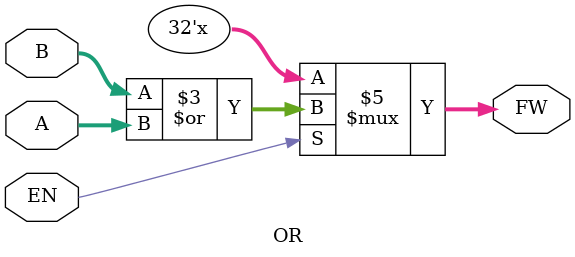
<source format=v>
module OR(FW,A,B,EN);
    parameter N=32;
    input [N-1:0] A,B;
    input EN;
    output reg [N-1:0] FW;
    
    always @(A,B,EN) begin
        if(EN==1) FW<=B|A;
        else FW<=32'bz;
    end
endmodule

</source>
